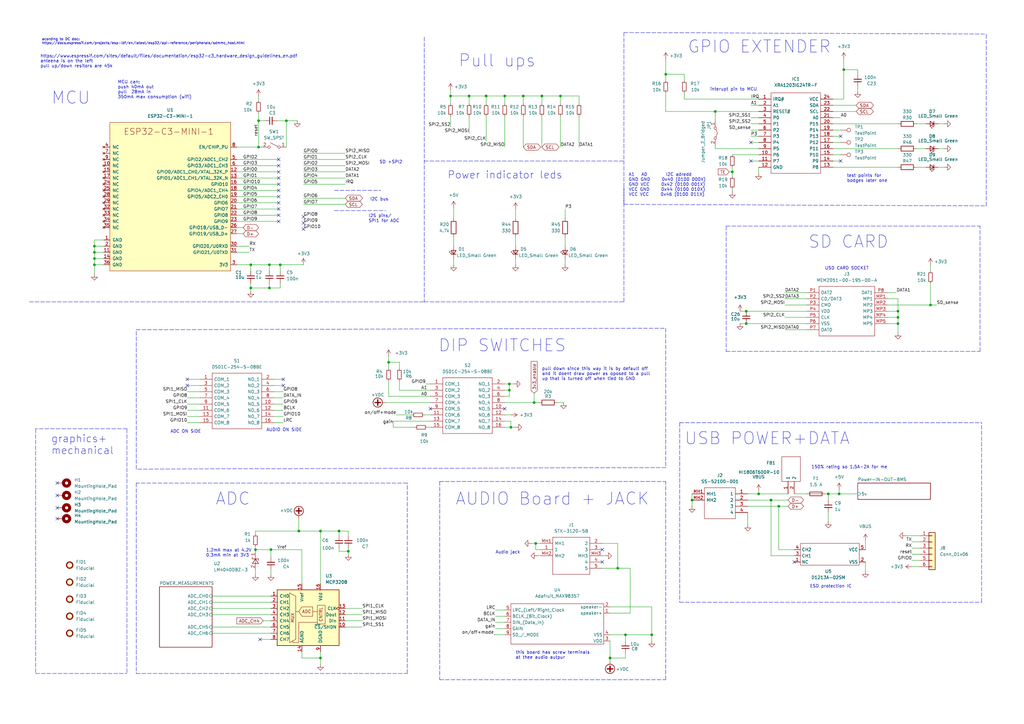
<source format=kicad_sch>
(kicad_sch (version 20211123) (generator eeschema)
  (paper "A3")
  (title_block (title "ESP32 MP3 player/web radio+power meter+uSD dataloger") (date "2022-06-30") (rev "2"))
  (junction (at 306.07 132.715))
  (junction (at 207.01 39.37))
  (junction (at 102.87 118.11))
  (junction (at 219.075 165.1))
  (junction (at 131.445 269.875))
  (junction (at 283.845 205.105))
  (junction (at 122.555 217.805))
  (junction (at 316.23 205.105))
  (junction (at 111.125 225.425))
  (junction (at 38.735 103.505))
  (junction (at 222.25 39.37))
  (junction (at 253.365 233.045))
  (junction (at 110.49 118.11))
  (junction (at 339.725 202.565))
  (junction (at 38.735 106.045))
  (junction (at 106.045 60.325))
  (junction (at 208.915 157.48))
  (junction (at 209.55 175.26))
  (junction (at 110.49 108.585))
  (junction (at 368.3 130.175))
  (junction (at 139.065 217.805))
  (junction (at 184.785 39.37))
  (junction (at 256.54 260.35))
  (junction (at 199.39 39.37))
  (junction (at 38.735 100.965))
  (junction (at 229.87 39.37))
  (junction (at 319.405 207.645))
  (junction (at 267.335 260.35))
  (junction (at 250.19 269.875))
  (junction (at 38.735 108.585))
  (junction (at 273.05 30.48))
  (junction (at 344.17 202.565))
  (junction (at 219.71 222.885))
  (junction (at 159.385 148.59))
  (junction (at 214.63 39.37))
  (junction (at 381.635 125.095))
  (junction (at 293.37 45.72))
  (junction (at 131.445 217.805))
  (junction (at 300.355 70.485))
  (junction (at 346.075 28.575))
  (junction (at 106.045 49.53))
  (junction (at 306.07 127.635))
  (junction (at 208.915 160.02))
  (junction (at 117.475 49.53))
  (junction (at 102.87 108.585))
  (junction (at 192.405 39.37))
  (junction (at 311.15 202.565))
  (junction (at 104.775 225.425))
  (junction (at 142.875 226.06))
  (junction (at 368.3 132.715))
  (junction (at 368.3 127.635))
  (junction (at 114.935 108.585))
  (no_connect (at 114.3 67.945))
  (no_connect (at 116.205 155.575))
  (no_connect (at 116.205 158.115))
  (no_connect (at 76.835 158.115))
  (no_connect (at 76.835 155.575))
  (no_connect (at 124.46 93.98))
  (no_connect (at 176.53 167.64))
  (no_connect (at 207.01 167.64))
  (no_connect (at 124.46 88.9))
  (no_connect (at 114.3 65.405))
  (no_connect (at 23.495 212.725))
  (no_connect (at 106.68 262.255))
  (no_connect (at 344.805 55.88))
  (no_connect (at 114.3 90.805))
  (no_connect (at 114.3 70.485))
  (no_connect (at 114.3 88.265))
  (no_connect (at 247.015 225.425))
  (no_connect (at 247.015 230.505))
  (no_connect (at 23.495 198.12))
  (no_connect (at 114.3 78.105))
  (no_connect (at 344.805 66.04))
  (no_connect (at 114.3 83.185))
  (no_connect (at 124.46 91.44))
  (no_connect (at 307.975 58.42))
  (no_connect (at 307.975 66.04))
  (no_connect (at 23.495 203.2))
  (no_connect (at 23.495 208.28))
  (no_connect (at 114.3 85.725))
  (no_connect (at 114.3 80.645))
  (no_connect (at 114.3 73.025))
  (no_connect (at 114.3 75.565))
  (no_connect (at 325.755 230.505))
  (wire (pts (xy 306.705 202.565) (xy 311.15 202.565)))
  (wire (pts (xy 228.6 165.1) (xy 231.14 165.1)))
  (wire (pts (xy 207.01 39.37) (xy 214.63 39.37)))
  (wire (pts (xy 176.53 172.72) (xy 161.29 172.72)))
  (wire (pts (xy 209.55 175.26) (xy 211.455 175.26)))
  (wire (pts (xy 159.385 146.05) (xy 159.385 148.59)))
  (wire (pts (xy 247.015 233.045) (xy 253.365 233.045)))
  (wire (pts (xy 112.395 158.115) (xy 116.205 158.115)))
  (wire (pts (xy 203.2 252.73) (xy 207.01 252.73)))
  (wire (pts (xy 256.54 260.35) (xy 267.335 260.35)))
  (wire (pts (xy 237.49 47.625) (xy 237.49 60.325)))
  (polyline (pts (xy 55.88 192.405) (xy 55.88 135.255)))
  (wire (pts (xy 106.045 49.53) (xy 108.585 49.53)))
  (wire (pts (xy 86.995 252.095) (xy 111.125 252.095)))
  (wire (pts (xy 186.055 85.09) (xy 186.055 89.535)))
  (wire (pts (xy 363.855 130.175) (xy 368.3 130.175)))
  (wire (pts (xy 250.19 248.92) (xy 267.335 248.92)))
  (wire (pts (xy 38.735 108.585) (xy 38.735 112.395)))
  (wire (pts (xy 76.835 160.655) (xy 81.915 160.655)))
  (wire (pts (xy 321.945 130.175) (xy 330.835 130.175)))
  (polyline (pts (xy 404.495 84.455) (xy 404.495 13.97)))
  (wire (pts (xy 307.975 55.88) (xy 311.15 55.88)))
  (wire (pts (xy 161.29 172.72) (xy 161.29 175.26)))
  (wire (pts (xy 341.63 60.96) (xy 368.3 60.96)))
  (wire (pts (xy 161.29 175.26) (xy 170.18 175.26)))
  (wire (pts (xy 199.39 39.37) (xy 199.39 42.545)))
  (wire (pts (xy 346.075 40.64) (xy 346.075 28.575)))
  (wire (pts (xy 123.825 225.425) (xy 123.825 239.395)))
  (wire (pts (xy 293.37 45.72) (xy 311.15 45.72)))
  (wire (pts (xy 207.01 172.72) (xy 209.55 172.72)))
  (wire (pts (xy 319.405 207.645) (xy 319.405 225.425)))
  (wire (pts (xy 97.155 85.725) (xy 114.3 85.725)))
  (wire (pts (xy 159.385 148.59) (xy 159.385 151.13)))
  (wire (pts (xy 374.015 222.25) (xy 377.19 222.25)))
  (wire (pts (xy 184.785 36.83) (xy 184.785 39.37)))
  (wire (pts (xy 159.385 162.56) (xy 176.53 162.56)))
  (wire (pts (xy 184.785 39.37) (xy 184.785 42.545)))
  (wire (pts (xy 104.775 233.68) (xy 104.775 235.585)))
  (wire (pts (xy 256.54 262.89) (xy 256.54 260.35)))
  (wire (pts (xy 106.68 262.255) (xy 111.125 262.255)))
  (wire (pts (xy 112.395 160.655) (xy 116.205 160.655)))
  (wire (pts (xy 231.775 85.725) (xy 231.775 89.535)))
  (wire (pts (xy 42.545 103.505) (xy 38.735 103.505)))
  (wire (pts (xy 184.785 47.625) (xy 184.785 52.07)))
  (wire (pts (xy 186.055 106.045) (xy 186.055 108.585)))
  (polyline (pts (xy 255.905 13.335) (xy 404.495 13.97)))
  (wire (pts (xy 273.05 30.48) (xy 273.05 33.02)))
  (wire (pts (xy 114.935 108.585) (xy 124.46 108.585)))
  (wire (pts (xy 374.015 229.87) (xy 377.19 229.87)))
  (wire (pts (xy 253.365 222.885) (xy 247.015 222.885)))
  (wire (pts (xy 311.15 201.295) (xy 311.15 202.565)))
  (wire (pts (xy 107.95 254.635) (xy 111.125 254.635)))
  (wire (pts (xy 316.23 205.105) (xy 316.23 227.965)))
  (wire (pts (xy 280.67 30.48) (xy 273.05 30.48)))
  (wire (pts (xy 231.775 97.155) (xy 231.775 100.965)))
  (wire (pts (xy 106.045 46.355) (xy 106.045 49.53)))
  (wire (pts (xy 307.975 53.34) (xy 311.15 53.34)))
  (wire (pts (xy 237.49 39.37) (xy 237.49 42.545)))
  (wire (pts (xy 124.46 67.945) (xy 141.605 67.945)))
  (wire (pts (xy 229.87 47.625) (xy 229.87 60.325)))
  (wire (pts (xy 199.39 47.625) (xy 199.39 57.785)))
  (wire (pts (xy 219.075 165.1) (xy 220.98 165.1)))
  (wire (pts (xy 124.46 70.485) (xy 141.605 70.485)))
  (wire (pts (xy 203.2 255.27) (xy 207.01 255.27)))
  (wire (pts (xy 42.545 108.585) (xy 38.735 108.585)))
  (wire (pts (xy 106.045 60.325) (xy 97.155 60.325)))
  (wire (pts (xy 321.945 135.255) (xy 330.835 135.255)))
  (wire (pts (xy 341.63 55.88) (xy 344.805 55.88)))
  (polyline (pts (xy 180.34 278.765) (xy 273.05 278.765)))
  (wire (pts (xy 97.155 88.265) (xy 114.3 88.265)))
  (wire (pts (xy 273.05 24.13) (xy 273.05 30.48)))
  (wire (pts (xy 341.63 68.58) (xy 368.3 68.58)))
  (wire (pts (xy 141.605 249.555) (xy 148.59 249.555)))
  (wire (pts (xy 114.935 111.125) (xy 114.935 108.585)))
  (polyline (pts (xy 402.59 247.015) (xy 402.59 173.355)))
  (polyline (pts (xy 173.99 123.825) (xy 255.905 123.825)))
  (wire (pts (xy 124.46 73.025) (xy 141.605 73.025)))
  (wire (pts (xy 102.87 118.11) (xy 102.87 116.205)))
  (wire (pts (xy 110.49 108.585) (xy 110.49 111.125)))
  (wire (pts (xy 300.355 70.485) (xy 300.355 72.39)))
  (wire (pts (xy 250.19 269.875) (xy 250.19 271.145)))
  (wire (pts (xy 341.63 48.26) (xy 344.805 48.26)))
  (wire (pts (xy 203.2 257.81) (xy 207.01 257.81)))
  (wire (pts (xy 341.63 45.72) (xy 351.155 45.72)))
  (wire (pts (xy 207.01 170.18) (xy 209.55 170.18)))
  (wire (pts (xy 124.46 75.565) (xy 141.605 75.565)))
  (wire (pts (xy 202.565 260.35) (xy 207.01 260.35)))
  (wire (pts (xy 112.395 170.815) (xy 116.205 170.815)))
  (polyline (pts (xy 297.815 92.71) (xy 401.955 92.71)))
  (wire (pts (xy 124.46 81.28) (xy 141.605 81.28)))
  (wire (pts (xy 375.92 60.96) (xy 379.73 60.96)))
  (wire (pts (xy 97.155 65.405) (xy 114.3 65.405)))
  (wire (pts (xy 86.995 244.475) (xy 111.125 244.475)))
  (wire (pts (xy 102.87 108.585) (xy 110.49 108.585)))
  (wire (pts (xy 192.405 42.545) (xy 192.405 39.37)))
  (wire (pts (xy 319.405 225.425) (xy 325.755 225.425)))
  (wire (pts (xy 219.71 222.885) (xy 221.615 222.885)))
  (wire (pts (xy 163.83 160.02) (xy 176.53 160.02)))
  (wire (pts (xy 97.155 80.645) (xy 114.3 80.645)))
  (polyline (pts (xy 173.99 66.04) (xy 255.905 66.04)))
  (wire (pts (xy 192.405 39.37) (xy 199.39 39.37)))
  (wire (pts (xy 363.855 122.555) (xy 368.3 122.555)))
  (wire (pts (xy 208.915 157.48) (xy 208.915 160.02)))
  (polyline (pts (xy 167.005 276.225) (xy 167.005 198.12)))
  (wire (pts (xy 219.075 161.29) (xy 219.075 165.1)))
  (wire (pts (xy 351.79 28.575) (xy 351.79 30.48)))
  (wire (pts (xy 97.155 90.805) (xy 114.3 90.805)))
  (wire (pts (xy 341.63 50.8) (xy 368.3 50.8)))
  (wire (pts (xy 256.54 269.875) (xy 256.54 267.97)))
  (wire (pts (xy 207.01 165.1) (xy 219.075 165.1)))
  (wire (pts (xy 384.81 68.58) (xy 387.35 68.58)))
  (wire (pts (xy 131.445 267.335) (xy 131.445 269.875)))
  (wire (pts (xy 208.915 160.02) (xy 208.915 162.56)))
  (wire (pts (xy 371.475 219.71) (xy 377.19 219.71)))
  (wire (pts (xy 341.63 63.5) (xy 344.805 63.5)))
  (wire (pts (xy 214.63 39.37) (xy 214.63 42.545)))
  (wire (pts (xy 159.385 148.59) (xy 163.83 148.59)))
  (wire (pts (xy 141.605 254.635) (xy 148.59 254.635)))
  (polyline (pts (xy 278.765 173.355) (xy 402.59 173.355)))
  (wire (pts (xy 341.63 53.34) (xy 344.805 53.34)))
  (wire (pts (xy 86.995 259.715) (xy 111.125 259.715)))
  (wire (pts (xy 293.37 60.96) (xy 311.15 60.96)))
  (wire (pts (xy 86.995 247.015) (xy 111.125 247.015)))
  (wire (pts (xy 142.875 226.06) (xy 139.065 226.06)))
  (wire (pts (xy 354.965 234.315) (xy 354.965 230.505)))
  (wire (pts (xy 303.53 132.715) (xy 306.07 132.715)))
  (wire (pts (xy 112.395 165.735) (xy 116.205 165.735)))
  (polyline (pts (xy 137.16 86.36) (xy 158.115 86.36)))
  (wire (pts (xy 321.945 122.555) (xy 330.835 122.555)))
  (polyline (pts (xy 297.815 92.71) (xy 297.815 144.145)))
  (wire (pts (xy 307.975 50.8) (xy 311.15 50.8)))
  (wire (pts (xy 104.775 219.075) (xy 104.775 217.805)))
  (wire (pts (xy 280.67 33.02) (xy 280.67 30.48)))
  (polyline (pts (xy 273.05 278.765) (xy 273.05 197.485)))
  (wire (pts (xy 99.695 95.885) (xy 97.155 95.885)))
  (wire (pts (xy 321.945 120.015) (xy 330.835 120.015)))
  (polyline (pts (xy 278.765 173.355) (xy 278.765 247.015)))
  (wire (pts (xy 258.445 233.045) (xy 258.445 251.46)))
  (wire (pts (xy 114.935 118.11) (xy 114.935 116.205)))
  (polyline (pts (xy 297.815 144.145) (xy 401.955 144.145)))
  (wire (pts (xy 344.17 202.565) (xy 351.79 202.565)))
  (wire (pts (xy 139.065 224.79) (xy 139.065 226.06)))
  (wire (pts (xy 104.775 225.425) (xy 104.775 226.06)))
  (wire (pts (xy 97.155 73.025) (xy 114.3 73.025)))
  (wire (pts (xy 321.945 125.095) (xy 330.835 125.095)))
  (wire (pts (xy 142.875 227.33) (xy 142.875 226.06)))
  (wire (pts (xy 112.395 168.275) (xy 116.205 168.275)))
  (wire (pts (xy 374.015 227.33) (xy 377.19 227.33)))
  (wire (pts (xy 273.05 38.1) (xy 273.05 45.72)))
  (wire (pts (xy 339.725 213.995) (xy 339.725 210.185)))
  (wire (pts (xy 207.01 39.37) (xy 207.01 42.545)))
  (wire (pts (xy 97.155 103.505) (xy 102.235 103.505)))
  (wire (pts (xy 106.045 39.37) (xy 106.045 41.275)))
  (wire (pts (xy 307.975 43.18) (xy 311.15 43.18)))
  (wire (pts (xy 97.155 70.485) (xy 114.3 70.485)))
  (wire (pts (xy 163.83 151.13) (xy 163.83 148.59)))
  (wire (pts (xy 267.335 248.92) (xy 267.335 260.35)))
  (wire (pts (xy 207.01 175.26) (xy 209.55 175.26)))
  (wire (pts (xy 139.065 217.805) (xy 139.065 219.71)))
  (wire (pts (xy 38.735 103.505) (xy 38.735 106.045)))
  (wire (pts (xy 253.365 233.045) (xy 258.445 233.045)))
  (polyline (pts (xy 167.005 198.12) (xy 55.88 198.12)))
  (wire (pts (xy 311.15 71.12) (xy 311.15 68.58)))
  (wire (pts (xy 104.775 225.425) (xy 111.125 225.425)))
  (wire (pts (xy 38.735 106.045) (xy 38.735 108.585)))
  (wire (pts (xy 117.475 49.53) (xy 113.665 49.53)))
  (wire (pts (xy 97.155 67.945) (xy 114.3 67.945)))
  (wire (pts (xy 375.92 50.8) (xy 379.73 50.8)))
  (wire (pts (xy 207.01 162.56) (xy 208.915 162.56)))
  (wire (pts (xy 381.635 108.585) (xy 381.635 111.125)))
  (wire (pts (xy 211.455 97.155) (xy 211.455 100.965)))
  (wire (pts (xy 283.845 205.105) (xy 283.845 207.645)))
  (wire (pts (xy 112.395 163.195) (xy 116.205 163.195)))
  (wire (pts (xy 162.56 170.18) (xy 168.91 170.18)))
  (wire (pts (xy 368.3 122.555) (xy 368.3 127.635)))
  (wire (pts (xy 123.825 269.875) (xy 131.445 269.875)))
  (polyline (pts (xy 255.905 83.82) (xy 404.495 84.455)))
  (wire (pts (xy 141.605 257.175) (xy 148.59 257.175)))
  (wire (pts (xy 122.555 212.725) (xy 122.555 217.805)))
  (wire (pts (xy 124.46 83.82) (xy 141.605 83.82)))
  (wire (pts (xy 111.125 225.425) (xy 111.125 228.6)))
  (wire (pts (xy 339.725 202.565) (xy 344.17 202.565)))
  (wire (pts (xy 267.335 262.89) (xy 267.335 260.35)))
  (wire (pts (xy 97.155 108.585) (xy 102.87 108.585)))
  (wire (pts (xy 184.785 39.37) (xy 192.405 39.37)))
  (wire (pts (xy 375.92 68.58) (xy 379.73 68.58)))
  (polyline (pts (xy 180.34 197.485) (xy 180.34 278.765)))
  (wire (pts (xy 38.735 100.965) (xy 38.735 103.505)))
  (wire (pts (xy 368.3 130.175) (xy 368.3 132.715)))
  (wire (pts (xy 229.87 39.37) (xy 237.49 39.37)))
  (wire (pts (xy 102.87 118.11) (xy 110.49 118.11)))
  (polyline (pts (xy 12.065 123.825) (xy 173.99 123.825)))
  (wire (pts (xy 38.735 98.425) (xy 38.735 100.965)))
  (wire (pts (xy 250.19 262.89) (xy 250.19 269.875)))
  (wire (pts (xy 374.015 232.41) (xy 377.19 232.41)))
  (wire (pts (xy 307.975 66.04) (xy 311.15 66.04)))
  (wire (pts (xy 250.19 251.46) (xy 258.445 251.46)))
  (wire (pts (xy 346.075 28.575) (xy 346.075 24.13)))
  (wire (pts (xy 208.915 157.48) (xy 210.82 157.48)))
  (wire (pts (xy 341.63 66.04) (xy 344.805 66.04)))
  (wire (pts (xy 368.3 127.635) (xy 368.3 130.175)))
  (wire (pts (xy 102.87 108.585) (xy 102.87 111.125)))
  (wire (pts (xy 110.49 116.205) (xy 110.49 118.11)))
  (polyline (pts (xy 255.905 123.825) (xy 255.905 76.835)))
  (wire (pts (xy 283.845 202.565) (xy 283.845 205.105)))
  (wire (pts (xy 384.81 60.96) (xy 387.35 60.96)))
  (wire (pts (xy 142.875 226.06) (xy 142.875 224.79)))
  (wire (pts (xy 42.545 98.425) (xy 38.735 98.425)))
  (wire (pts (xy 219.71 222.885) (xy 217.805 222.885)))
  (wire (pts (xy 368.3 132.715) (xy 368.3 136.525)))
  (wire (pts (xy 381.635 116.205) (xy 381.635 125.095)))
  (wire (pts (xy 112.395 155.575) (xy 116.205 155.575)))
  (wire (pts (xy 363.855 125.095) (xy 381.635 125.095)))
  (wire (pts (xy 211.455 106.045) (xy 211.455 108.585)))
  (wire (pts (xy 363.855 132.715) (xy 368.3 132.715)))
  (wire (pts (xy 112.395 173.355) (xy 116.205 173.355)))
  (wire (pts (xy 209.55 172.72) (xy 209.55 175.26)))
  (wire (pts (xy 207.01 160.02) (xy 208.915 160.02)))
  (wire (pts (xy 76.835 158.115) (xy 81.915 158.115)))
  (wire (pts (xy 306.07 127.635) (xy 330.835 127.635)))
  (wire (pts (xy 363.855 127.635) (xy 368.3 127.635)))
  (polyline (pts (xy 137.16 78.105) (xy 156.21 78.105)))
  (wire (pts (xy 222.25 47.625) (xy 222.25 60.325)))
  (wire (pts (xy 111.125 235.585) (xy 111.125 233.68)))
  (wire (pts (xy 141.605 252.095) (xy 148.59 252.095)))
  (polyline (pts (xy 273.05 134.62) (xy 273.05 191.77)))
  (wire (pts (xy 211.455 85.725) (xy 211.455 89.535)))
  (wire (pts (xy 42.545 106.045) (xy 38.735 106.045)))
  (wire (pts (xy 222.25 39.37) (xy 222.25 42.545)))
  (wire (pts (xy 111.125 225.425) (xy 123.825 225.425)))
  (wire (pts (xy 159.385 156.21) (xy 159.385 162.56)))
  (wire (pts (xy 256.54 269.875) (xy 250.19 269.875)))
  (wire (pts (xy 86.995 249.555) (xy 111.125 249.555)))
  (wire (pts (xy 293.37 59.69) (xy 293.37 60.96)))
  (wire (pts (xy 306.705 205.105) (xy 316.23 205.105)))
  (wire (pts (xy 307.975 58.42) (xy 311.15 58.42)))
  (wire (pts (xy 351.79 37.465) (xy 351.79 35.56)))
  (polyline (pts (xy 255.905 13.335) (xy 255.905 83.82)))
  (wire (pts (xy 207.01 47.625) (xy 207.01 60.325)))
  (wire (pts (xy 131.445 217.805) (xy 139.065 217.805)))
  (polyline (pts (xy 14.605 276.225) (xy 52.07 276.225)))
  (wire (pts (xy 97.155 83.185) (xy 114.3 83.185)))
  (wire (pts (xy 250.19 260.35) (xy 256.54 260.35)))
  (wire (pts (xy 42.545 100.965) (xy 38.735 100.965)))
  (wire (pts (xy 99.695 93.345) (xy 97.155 93.345)))
  (polyline (pts (xy 55.88 135.255) (xy 273.05 134.62)))
  (wire (pts (xy 374.015 224.79) (xy 377.19 224.79)))
  (wire (pts (xy 231.775 106.045) (xy 231.775 108.585)))
  (wire (pts (xy 222.25 39.37) (xy 229.87 39.37)))
  (wire (pts (xy 221.615 227.965) (xy 220.345 227.965)))
  (wire (pts (xy 300.355 77.47) (xy 300.355 78.74)))
  (wire (pts (xy 339.725 202.565) (xy 339.725 205.105)))
  (polyline (pts (xy 180.34 197.485) (xy 273.05 197.485)))
  (wire (pts (xy 76.835 170.815) (xy 81.915 170.815)))
  (wire (pts (xy 293.37 45.72) (xy 293.37 49.53)))
  (wire (pts (xy 76.835 163.195) (xy 81.915 163.195)))
  (wire (pts (xy 338.455 202.565) (xy 339.725 202.565)))
  (wire (pts (xy 104.775 217.805) (xy 122.555 217.805)))
  (wire (pts (xy 341.63 40.64) (xy 346.075 40.64)))
  (wire (pts (xy 311.15 40.64) (xy 280.67 40.64)))
  (wire (pts (xy 175.26 175.26) (xy 176.53 175.26)))
  (wire (pts (xy 173.99 170.18) (xy 176.53 170.18)))
  (wire (pts (xy 203.2 250.19) (xy 207.01 250.19)))
  (polyline (pts (xy 173.99 15.24) (xy 173.99 123.825)))
  (wire (pts (xy 306.07 132.715) (xy 330.835 132.715)))
  (wire (pts (xy 104.775 224.155) (xy 104.775 225.425)))
  (wire (pts (xy 219.71 222.885) (xy 219.71 225.425)))
  (wire (pts (xy 214.63 39.37) (xy 222.25 39.37)))
  (wire (pts (xy 131.445 217.805) (xy 131.445 239.395)))
  (wire (pts (xy 106.045 60.325) (xy 107.315 60.325)))
  (wire (pts (xy 186.055 97.155) (xy 186.055 100.965)))
  (wire (pts (xy 306.705 207.645) (xy 319.405 207.645)))
  (wire (pts (xy 76.835 173.355) (xy 81.915 173.355)))
  (wire (pts (xy 124.46 62.865) (xy 141.605 62.865)))
  (wire (pts (xy 174.625 157.48) (xy 176.53 157.48)))
  (polyline (pts (xy 55.88 276.225) (xy 167.005 276.225)))
  (wire (pts (xy 163.83 156.21) (xy 163.83 160.02)))
  (wire (pts (xy 341.63 58.42) (xy 344.805 58.42)))
  (wire (pts (xy 253.365 222.885) (xy 253.365 233.045)))
  (polyline (pts (xy 55.88 198.12) (xy 55.88 276.225)))
  (wire (pts (xy 319.405 207.645) (xy 323.215 207.645)))
  (wire (pts (xy 214.63 47.625) (xy 214.63 60.325)))
  (wire (pts (xy 306.705 210.185) (xy 306.705 215.265)))
  (wire (pts (xy 76.835 165.735) (xy 81.915 165.735)))
  (polyline (pts (xy 273.05 191.77) (xy 55.88 192.405)))
  (wire (pts (xy 280.67 40.64) (xy 280.67 38.1)))
  (wire (pts (xy 300.355 63.5) (xy 311.15 63.5)))
  (wire (pts (xy 110.49 118.11) (xy 114.935 118.11)))
  (wire (pts (xy 199.39 39.37) (xy 207.01 39.37)))
  (wire (pts (xy 316.23 227.965) (xy 325.755 227.965)))
  (wire (pts (xy 124.46 65.405) (xy 141.605 65.405)))
  (wire (pts (xy 117.475 49.53) (xy 117.475 60.325)))
  (wire (pts (xy 110.49 108.585) (xy 114.935 108.585)))
  (wire (pts (xy 344.17 200.66) (xy 344.17 202.565)))
  (wire (pts (xy 106.045 49.53) (xy 106.045 60.325)))
  (wire (pts (xy 117.475 49.53) (xy 121.92 49.53)))
  (wire (pts (xy 354.965 221.615) (xy 354.965 225.425)))
  (wire (pts (xy 316.23 205.105) (xy 323.215 205.105)))
  (wire (pts (xy 97.155 75.565) (xy 114.3 75.565)))
  (wire (pts (xy 142.875 219.71) (xy 142.875 217.805)))
  (polyline (pts (xy 278.765 247.015) (xy 402.59 247.015)))
  (wire (pts (xy 307.975 48.26) (xy 311.15 48.26)))
  (wire (pts (xy 139.065 217.805) (xy 142.875 217.805)))
  (wire (pts (xy 76.835 155.575) (xy 81.915 155.575)))
  (wire (pts (xy 192.405 47.625) (xy 192.405 54.61)))
  (wire (pts (xy 229.87 39.37) (xy 229.87 42.545)))
  (wire (pts (xy 207.01 157.48) (xy 208.915 157.48)))
  (wire (pts (xy 273.05 45.72) (xy 293.37 45.72)))
  (polyline (pts (xy 52.07 175.895) (xy 14.605 175.895)))
  (wire (pts (xy 131.445 272.415) (xy 131.445 269.875)))
  (wire (pts (xy 219.71 225.425) (xy 221.615 225.425)))
  (polyline (pts (xy 14.605 175.895) (xy 14.605 276.225)))
  (wire (pts (xy 363.855 120.015) (xy 367.665 120.015)))
  (wire (pts (xy 97.155 78.105) (xy 114.3 78.105)))
  (wire (pts (xy 97.155 100.965) (xy 102.235 100.965)))
  (polyline (pts (xy 52.07 175.895) (xy 52.07 276.225)))
  (wire (pts (xy 247.015 227.965) (xy 248.285 227.965)))
  (wire (pts (xy 86.995 257.175) (xy 111.125 257.175)))
  (wire (pts (xy 102.87 119.38) (xy 102.87 118.11)))
  (wire (pts (xy 311.15 202.565) (xy 323.215 202.565)))
  (wire (pts (xy 325.755 202.565) (xy 330.835 202.565)))
  (wire (pts (xy 384.81 50.8) (xy 387.35 50.8)))
  (wire (pts (xy 122.555 217.805) (xy 131.445 217.805)))
  (wire (pts (xy 300.355 68.58) (xy 300.355 70.485)))
  (wire (pts (xy 158.115 165.1) (xy 176.53 165.1)))
  (wire (pts (xy 341.63 43.18) (xy 351.155 43.18)))
  (wire (pts (xy 303.53 127.635) (xy 306.07 127.635)))
  (wire (pts (xy 346.075 28.575) (xy 351.79 28.575)))
  (wire (pts (xy 76.835 168.275) (xy 81.915 168.275)))
  (wire (pts (xy 123.825 267.335) (xy 123.825 269.875)))
  (wire (pts (xy 381.635 125.095) (xy 384.175 125.095)))
  (wire (pts (xy 299.085 70.485) (xy 300.355 70.485)))
  (polyline (pts (xy 401.955 144.145) (xy 401.955 92.71)))
  (text "Pull ups" (at 187.96 27.94 0) (effects (font (size 5 5)) (justify left bottom)))
  (text "AUDIO Board + JACK" (at 186.69 207.645 0) (effects (font (size 5 5)) (justify left bottom)))
  (text "interupt pin to MCU" (at 310.515 37.465 180) (effects (font (size 1.27 1.27)) (justify right bottom)))
  (text "USD CARD SOCKET" (at 338.328 110.871 0) (effects (font (size 1.27 1.27)) (justify left bottom)))
  (text "AUDIO ON SIDE" (at 109.22 177.165 0) (effects (font (size 1.27 1.27)) (justify left bottom)))
  (text "MCU can:\npush 40mA out\npull  28mA in\n350mA max consumption (wifi)" (at 48.26 40.64 0) (effects (font (size 1.27 1.27)) (justify left bottom)))
  (text "test points for\nbodges later one" (at 347.345 74.93 0) (effects (font (size 1.27 1.27)) (justify left bottom)))
  (text "https://www.espressif.com/sites/default/files/documentation/esp32-c3_hardware_design_guidelines_en.pdf\nanteena is on the left\npull up/down resitors are 45k" (at 16.51 27.94 0) (effects (font (size 1.27 1.27)) (justify left bottom)))
  (text "DIP SWITCHES" (at 179.705 144.78 0) (effects (font (size 5 5)) (justify left bottom)))
  (text "I2S pins/\nSPI1 for ADC" (at 151.13 91.44 0) (effects (font (size 1.27 1.27)) (justify left bottom)))
  (text "pull down since this way it is by default off\nand it doent draw power as oposed to a pull\nup that is turned off when tied to GND" (at 222.25 156.21 0) (effects (font (size 1.27 1.27)) (justify left bottom)))
  (text "Power indicator leds" (at 183.515 73.66 0) (effects (font (size 3 3)) (justify left bottom)))
  (text "150% rating so 1.5A-2A for me" (at 332.74 192.405 0) (effects (font (size 1.27 1.27)) (justify left bottom)))
  (text "ESD protection IC" (at 332.105 241.3 0) (effects (font (size 1.27 1.27)) (justify left bottom)))
  (text "ADC ON SIDE" (at 69.85 177.8 0) (effects (font (size 1.27 1.27)) (justify left bottom)))
  (text "A1   A0        I2C adredd\nGND GND     0x40 (0100 000X)\nGND VCC     0x42 (0100 001X)\nVCC GND     0x44 (0100 010X)\nVCC VCC     0x46 (0100 011X)" (at 257.81 80.645 0) (effects (font (size 1.27 1.27)) (justify left bottom)))
  (text "GPIO EXTENDER" (at 281.94 22.225 0) (effects (font (size 5 5)) (justify left bottom)))
  (text "SD CARD" (at 331.47 102.235 0) (effects (font (size 5 5)) (justify left bottom)))
  (text "USB POWER+DATA" (at 280.67 182.88 0) (effects (font (size 5 5)) (justify left bottom)))
  (text "ADC" (at 88.265 207.645 0) (effects (font (size 5 5)) (justify left bottom)))
  (text "SD +SPI2" (at 155.575 67.31 0) (effects (font (size 1.27 1.27)) (justify left bottom)))
  (text "I2C bus\n" (at 151.765 82.55 0) (effects (font (size 1.27 1.27)) (justify left bottom)))
  (text "graphics+\nmechanical" (at 20.955 186.69 0) (effects (font (size 3 3)) (justify left bottom)))
  (text "acording to DC doc:\nhttps://docs.espressif.com/projects/esp-idf/en/latest/esp32/api-reference/peripherals/sdmmc_host.html" (at 17.145 18.415 0) (effects (font (size 1 1)) (justify left bottom)))
  (text "1.2mA max at 4.2V\n0.3mA min at 3V3" (at 84.455 228.6 0) (effects (font (size 1.27 1.27)) (justify left bottom)))
  (text "Audio jack" (at 203.2 227.33 0) (effects (font (size 1.27 1.27)) (justify left bottom)))
  (text "this board has screw terminals\nat thee audio autpur" (at 211.455 270.51 0) (effects (font (size 1.27 1.27)) (justify left bottom)))
  (text "MCU" (at 20.955 43.18 0) (effects (font (size 5 5)) (justify left bottom)))
  (label "GPIO0" (at 99.695 70.485 0))
  (label "GPIO6" (at 99.695 83.185 0))
  (label "P3" (at 307.975 55.88 0))
  (label "reset" (at 374.015 227.33 180))
  (label "SPI2_SS1" (at 307.975 48.26 180))
  (label "GPIO3" (at 99.695 67.945 0))
  (label "SPI1_CLK" (at 76.835 165.735 180))
  (label "SPI1_MISO" (at 148.59 252.095 0))
  (label "SPI2_MISO" (at 141.605 62.865 0))
  (label "GPIO8" (at 116.205 160.655 0))
  (label "IRQ" (at 307.975 40.64 0))
  (label "GPIO9" (at 99.695 90.805 0))
  (label "SPI1_MOSI" (at 76.835 170.815 180))
  (label "LRC" (at 116.205 173.355 0))
  (label "SD_sense" (at 307.975 53.34 180))
  (label "SPI2_MOSI" (at 192.405 54.61 180))
  (label "gain" (at 203.2 257.81 180))
  (label "BCLK" (at 116.205 168.275 0))
  (label "DATA0" (at 321.945 135.255 0))
  (label "DATA2" (at 141.605 70.485 0))
  (label "A1" (at 307.975 43.18 0))
  (label "Vref" (at 113.665 225.425 0))
  (label "SPI2_MOSI" (at 321.945 125.095 180))
  (label "DATA1" (at 367.665 120.015 0))
  (label "SPI2_SS2" (at 307.975 50.8 180))
  (label "DATA3" (at 321.945 122.555 0))
  (label "DATA_IN" (at 203.2 255.27 180))
  (label "GPIO9" (at 76.835 168.275 180))
  (label "SPI2_CLK" (at 199.39 57.785 180))
  (label "DATA1" (at 141.605 73.025 0))
  (label "DATA2" (at 321.945 120.015 0))
  (label "GPIO5" (at 124.46 75.565 0))
  (label "GPIO5" (at 99.695 80.645 0))
  (label "GPIO2" (at 99.695 65.405 0))
  (label "RX" (at 374.015 224.79 180))
  (label "GPIO8" (at 124.46 88.9 0))
  (label "GPIO0" (at 374.015 229.87 180))
  (label "GPIO9" (at 116.205 165.735 0))
  (label "GPIO3" (at 124.46 70.485 0))
  (label "SPI2_CLK" (at 141.605 65.405 0))
  (label "GPIO0" (at 124.46 62.865 0))
  (label "SPI1_SS1" (at 148.59 257.175 0))
  (label "GPIO9" (at 124.46 91.44 0))
  (label "A1" (at 172.72 160.02 0))
  (label "SPI2_MISO" (at 321.945 135.255 180))
  (label "SPI2_SS2" (at 321.945 122.555 180))
  (label "SPI1_CLK" (at 148.59 249.555 0))
  (label "DATA1" (at 237.49 60.325 0))
  (label "GPIO10" (at 116.205 170.815 0))
  (label "SPI1_MOSI" (at 148.59 254.635 0))
  (label "GPIO9" (at 174.625 157.48 180))
  (label "TX" (at 374.015 222.25 180))
  (label "SPI2_MISO" (at 207.01 60.325 180))
  (label "on{slash}off+mode" (at 202.565 260.35 180))
  (label "GPIO7" (at 124.46 83.82 0))
  (label "GPIO7" (at 99.695 85.725 0))
  (label "SPI2_CLK" (at 321.945 130.175 180))
  (label "GPIO1" (at 124.46 65.405 0))
  (label "on{slash}off+mode" (at 162.56 170.18 180))
  (label "GPIO8" (at 76.835 163.195 180))
  (label "LRC" (at 203.2 250.19 180))
  (label "GPIO4" (at 99.695 78.105 0))
  (label "BCLK" (at 203.2 252.73 180))
  (label "GPIO10" (at 99.695 75.565 0))
  (label "A0" (at 344.805 48.26 0))
  (label "SPI2_MOSI" (at 141.605 67.945 0))
  (label "gain" (at 161.29 173.99 180))
  (label "GPIO10" (at 124.46 93.98 0))
  (label "SPI1_MISO" (at 76.835 160.655 180))
  (label "reset" (at 106.045 55.88 90))
  (label "TX" (at 102.235 103.505 0))
  (label "GPIO8" (at 99.695 88.265 0))
  (label "SPI2_SS2" (at 184.785 52.07 180))
  (label "GPIO4" (at 124.46 73.025 0))
  (label "P3" (at 231.775 85.725 0))
  (label "IRQ" (at 141.605 75.565 0))
  (label "GPIO6" (at 124.46 81.28 0))
  (label "GPIO10" (at 76.835 173.355 180))
  (label "SD_sense" (at 384.175 125.095 0))
  (label "DATA2" (at 229.87 60.325 0))
  (label "DATA_IN" (at 116.205 163.195 0))
  (label "GPIO2" (at 124.46 67.945 0))
  (label "GPIO1" (at 99.695 73.025 0))
  (label "A0" (at 172.72 162.56 0))
  (label "RX" (at 102.235 100.965 0))
  (global_label "ADC_CH4" (shape input) (at 107.95 254.635 180) (property "Intersheet References" "${INTERSHEET_REFS}" (effects hide)))
  (global_label "SCL" (shape bidirectional) (at 351.155 45.72 0) (property "Intersheet References" "${INTERSHEET_REFS}" (effects hide)))
  (global_label "SDA" (shape bidirectional) (at 214.63 60.325 0) (property "Intersheet References" "${INTERSHEET_REFS}" (effects hide)))
  (global_label "TE" (shape input) (at 299.085 70.485 180) (property "Intersheet References" "${INTERSHEET_REFS}" (effects hide)))
  (global_label "SCL" (shape bidirectional) (at 222.25 60.325 0) (property "Intersheet References" "${INTERSHEET_REFS}" (effects hide)))
  (global_label "3v3_enable" (shape input) (at 219.075 161.29 90) (property "Intersheet References" "${INTERSHEET_REFS}" (effects hide)))
  (global_label "D+" (shape bidirectional) (at 99.695 95.885 0) (property "Intersheet References" "${INTERSHEET_REFS}" (effects hide)))
  (global_label "D-" (shape bidirectional) (at 323.215 205.105 0) (property "Intersheet References" "${INTERSHEET_REFS}" (effects hide)))
  (global_label "SCL" (shape bidirectional) (at 141.605 83.82 0) (property "Intersheet References" "${INTERSHEET_REFS}" (effects hide)))
  (global_label "SDA" (shape bidirectional) (at 141.605 81.28 0) (property "Intersheet References" "${INTERSHEET_REFS}" (effects hide)))
  (global_label "SDA" (shape bidirectional) (at 351.155 43.18 0) (property "Intersheet References" "${INTERSHEET_REFS}" (effects hide)))
  (global_label "D-" (shape bidirectional) (at 99.695 93.345 0) (property "Intersheet References" "${INTERSHEET_REFS}" (effects hide)))
  (global_label "D+" (shape bidirectional) (at 323.215 207.645 0) (property "Intersheet References" "${INTERSHEET_REFS}" (effects hide)))
  (symbol (lib_id "power:+3.3V") (at 273.05 24.13 0) (unit 1)
    (property "Reference" "#PWR023" (effects hide))
    (property "Value" "+3.3V" (at 274.574 22.8599 0) (effects (justify left)))
  )
  (symbol (lib_id "Device:R_Small") (at 222.25 45.085 0) (mirror x) (unit 1)
    (property "Reference" "R13" (at 220.472 43.8149 0) (effects (justify right)))
    (property "Value" "10k" (at 220.472 46.3549 0) (effects (justify right)))
    (property "Footprint" "Resistor_SMD:R_0603_1608Metric_Pad0.98x0.95mm_HandSolder" (effects hide))
  )
  (symbol (lib_id "power:GND") (at 38.735 112.395 0) (mirror y) (unit 1)
    (property "Reference" "#PWR01" (effects hide))
    (property "Value" "GND" (effects hide))
  )
  (symbol (lib_id "power:VBUS") (at 354.965 221.615 0) (mirror y) (unit 1)
    (property "Reference" "#PWR034" (effects hide))
    (property "Value" "VBUS" (at 354.965 215.9 0))
  )
  (symbol (lib_id "Device:R") (at 372.11 50.8 270) (mirror x) (unit 1)
    (property "Reference" "R30" (at 372.11 48.26 90))
    (property "Value" "330" (at 372.11 45.72 90))
    (property "Footprint" "Resistor_SMD:R_0603_1608Metric_Pad0.98x0.95mm_HandSolder" (effects hide))
  )
  (symbol (lib_id "Device:R_Small") (at 273.05 35.56 0) (mirror x) (unit 1)
    (property "Reference" "R16" (at 271.272 34.2899 0) (effects (justify right)))
    (property "Value" "10k" (at 271.272 36.8299 0) (effects (justify right)))
    (property "Footprint" "Resistor_SMD:R_0603_1608Metric_Pad0.98x0.95mm_HandSolder" (effects hide))
  )
  (symbol (lib_id "power:GND") (at 231.775 108.585 0) (mirror y) (unit 1)
    (property "Reference" "#PWR086" (effects hide))
    (property "Value" "GND" (effects hide))
  )
  (symbol (lib_id "power:+3.3V") (at 124.46 108.585 0) (mirror y) (unit 1)
    (property "Reference" "#PWR08" (effects hide))
    (property "Value" "+3.3V" (at 124.46 104.013 0))
  )
  (symbol (lib_id "Device:LED_Small") (at 382.27 60.96 180) (unit 1)
    (property "Reference" "D8" (at 381 55.88 0) (effects (justify right)))
    (property "Value" "LED_Small Green" (at 376.555 57.7214 0) (effects (justify right)))
    (property "Footprint" "LED_SMD:LED_0603_1608Metric_Pad1.05x0.95mm_HandSolder" (effects hide))
  )
  (symbol (lib_id "Device:R_Small") (at 159.385 153.67 0) (mirror x) (unit 1)
    (property "Reference" "R4" (at 155.575 152.4 0))
    (property "Value" "10k" (at 155.575 154.305 0))
    (property "Footprint" "Resistor_SMD:R_0603_1608Metric_Pad0.98x0.95mm_HandSolder" (effects hide))
  )
  (symbol (lib_id "Device:C_Small") (at 111.125 231.14 180) (unit 1)
    (property "Reference" "C4" (at 118.745 232.41 0) (effects (justify left)))
    (property "Value" "100n" (at 118.745 229.87 0) (effects (justify left)))
    (property "Footprint" "Capacitor_SMD:C_0603_1608Metric_Pad1.08x0.95mm_HandSolder" (effects hide))
  )
  (symbol (lib_id "Mechanical:Fiducial") (at 28.575 238.76 0) (unit 1) (in_bom no)
    (property "Reference" "FID2" (at 31.115 237.4899 0) (effects (justify left)))
    (property "Value" "Fiducial" (at 31.115 240.0299 0) (effects (justify left)))
    (property "Footprint" "Symbol:Polarity_Center_Positive_6mm_SilkScreen" (effects hide))
  )
  (symbol (lib_id "Device:R_Small") (at 280.67 35.56 0) (mirror x) (unit 1)
    (property "Reference" "R17" (at 287.02 34.29 0) (effects (justify right)))
    (property "Value" "10k" (at 287.02 36.83 0) (effects (justify right)))
    (property "Footprint" "Resistor_SMD:R_0603_1608Metric_Pad0.98x0.95mm_HandSolder" (effects hide))
  )
  (symbol (lib_id "power:+VDC") (at 158.115 165.1 90) (unit 1)
    (property "Reference" "#PWR011" (effects hide))
    (property "Value" "+VDC" (at 154.94 161.925 90))
  )
  (symbol (lib_id "power:+3.3V") (at 106.045 39.37 0) (mirror y) (unit 1)
    (property "Reference" "#PWR04" (effects hide))
    (property "Value" "+3.3V" (at 106.045 34.29 0))
  )
  (symbol (lib_id "Device:C_Small") (at 139.065 222.25 0) (unit 1)
    (property "Reference" "C6" (at 132.08 221.615 0) (effects (justify left)))
    (property "Value" "100n" (at 132.08 224.79 0) (effects (justify left)))
    (property "Footprint" "Capacitor_SMD:C_0603_1608Metric_Pad1.08x0.95mm_HandSolder" (effects hide))
  )
  (symbol (lib_id "Device:R") (at 186.055 93.345 0) (mirror x) (unit 1)
    (property "Reference" "R20" (at 182.245 92.075 0))
    (property "Value" "4.7k" (at 182.245 94.615 0))
    (property "Footprint" "Resistor_SMD:R_0805_2012Metric" (effects hide))
  )
  (symbol (lib_id "SamacSys_Parts:XRA1203IG24TR-F") (at 311.15 40.64 0) (unit 1)
    (property "Reference" "IC1" (at 326.39 32.385 0))
    (property "Value" "XRA1203IG24TR-F" (at 326.39 34.925 0))
    (property "Footprint" "SamacSys_Parts:SOP65P640X120-24N" (effects hide))
    (property "Datasheet" "https://www.mouser.co.uk/datasheet/2/146/XRA1203_100_092011-1889089.pdf" (effects hide))
    (property "Description" "Interface - I/O Expanders 16 Bit I2C GPIO Expander" (effects hide))
    (property "Height" "1.2" (effects hide))
    (property "Mouser Part Number" "701-XRA1203IG24TR-F" (effects hide))
    (property "Mouser Price/Stock" "https://www.mouser.co.uk/ProductDetail/MaxLinear/XRA1203IG24TR-F?qs=06nTM9U4TTY4g5Cf3KL%2FYg%3D%3D" (effects hide))
    (property "Manufacturer_Name" "MaxLinear, Inc." (effects hide))
    (property "Manufacturer_Part_Number" "XRA1203IG24TR-F" (effects hide))
  )
  (symbol (lib_id "SamacSys_Parts:DS01C-254-S-08BE") (at 176.53 157.48 0) (unit 1)
    (property "Reference" "S2" (at 191.77 149.86 0))
    (property "Value" "DS01C-254-S-08BE" (at 191.77 152.4 0))
    (property "Footprint" "SamacSys_Parts:DS01C254S08BE" (effects hide))
    (property "Description" "DIP Switches / SIP Switches DIP Switch, SPST, 2.54 pitch, raised actuator, covex bottom, Short pin, 8 position, Blue" (effects hide))
    (property "Height" "7" (effects hide))
    (property "Mouser Part Number" "490-DS01C-254-S-08BE" (effects hide))
    (property "Mouser Price/Stock" "https://www.mouser.co.uk/ProductDetail/CUI-Devices/DS01C-254-S-08BE?qs=wnTfsH77Xs7cSHDxhLRJbA%3D%3D" (effects hide))
    (property "Manufacturer_Name" "CUI Inc." (effects hide))
    (property "Manufacturer_Part_Number" "DS01C-254-S-08BE" (effects hide))
  )
  (symbol (lib_id "Device:C_Small") (at 256.54 265.43 180) (unit 1)
    (property "Reference" "C8" (at 261.62 266.065 0) (effects (justify left)))
    (property "Value" "10u" (at 262.255 264.16 0) (effects (justify left)))
    (property "Footprint" "Capacitor_SMD:C_0603_1608Metric_Pad1.08x0.95mm_HandSolder" (effects hide))
  )
  (symbol (lib_id "power:+3.3V") (at 381.635 108.585 0) (unit 1)
    (property "Reference" "#PWR038" (effects hide))
    (property "Value" "+3.3V" (at 383.159 107.3149 0) (effects (justify left)))
  )
  (symbol (lib_id "Device:C_Small") (at 351.79 33.02 180) (unit 1)
    (property "Reference" "C23" (at 359.41 34.29 0) (effects (justify left)))
    (property "Value" "100n" (at 359.41 31.75 0) (effects (justify left)))
    (property "Footprint" "Capacitor_SMD:C_0603_1608Metric_Pad1.08x0.95mm_HandSolder" (effects hide))
  )
  (symbol (lib_id "power:VBUS") (at 311.15 201.295 0) (unit 1)
    (property "Reference" "#PWR029" (effects hide))
    (property "Value" "VBUS" (at 311.15 195.58 0))
  )
  (symbol (lib_id "power:GND") (at 354.965 234.315 0) (mirror y) (unit 1)
    (property "Reference" "#PWR035" (effects hide))
    (property "Value" "GND" (effects hide))
  )
  (symbol (lib_id "power:+3.3V") (at 374.015 232.41 90) (unit 1)
    (property "Reference" "#PWR088" (effects hide))
    (property "Value" "+3.3V" (at 365.125 232.41 90) (effects (justify right)))
  )
  (symbol (lib_id "power:GND") (at 368.3 136.525 0) (unit 1)
    (property "Reference" "#PWR036" (effects hide))
    (property "Value" "GND" (effects hide))
  )
  (symbol (lib_id "power:GND") (at 142.875 227.33 0) (unit 1)
    (property "Reference" "#PWR010" (effects hide))
    (property "Value" "GND" (effects hide))
  )
  (symbol (lib_id "power:GND") (at 311.15 71.12 0) (unit 1)
    (property "Reference" "#PWR030" (effects hide))
    (property "Value" "GND" (effects hide))
  )
  (symbol (lib_id "power:GND") (at 131.445 272.415 0) (unit 1)
    (property "Reference" "#PWR09" (effects hide))
    (property "Value" "GND" (effects hide))
  )
  (symbol (lib_id "SamacSys_Parts:SS-52100-001") (at 283.845 202.565 0) (unit 1)
    (property "Reference" "J2" (at 295.275 194.945 0))
    (property "Value" "SS-52100-001" (at 295.275 197.485 0))
    (property "Footprint" "SamacSys_Parts:SS52100001" (effects hide))
    (property "Datasheet" "https://componentsearchengine.com/Datasheets/1/SS-52100-001.pdf" (effects hide))
    (property "Description" "STEWART CONNECTOR - SS-52100-001 - USB CONN, 2.0 TYPE A, RCPT, 4POS, TH" (effects hide))
    (property "Height" "6.9" (effects hide))
    (property "Mouser Part Number" "530-SS-52100-001" (effects hide))
    (property "Mouser Price/Stock" "https://www.mouser.co.uk/ProductDetail/Stewart-Connector-Bel/SS-52100-001?qs=0lQeLiL1qyZpDP8aQUpKcQ%3D%3D" (effects hide))
    (property "Manufacturer_Name" "Stewart Connector" (effects hide))
    (property "Manufacturer_Part_Number" "SS-52100-001" (effects hide))
  )
  (symbol (lib_id "power:+VDC") (at 250.19 271.145 180) (unit 1)
    (property "Reference" "#PWR020" (effects hide))
    (property "Value" "+VDC" (at 255.27 274.447 0))
  )
  (symbol (lib_id "power:GND") (at 210.82 157.48 90) (unit 1)
    (property "Reference" "#PWR017" (effects hide))
    (property "Value" "GND" (effects hide))
  )
  (symbol (lib_id "Mechanical:Fiducial") (at 28.575 259.715 0) (unit 1) (in_bom no)
    (property "Reference" "FID5" (at 31.115 258.4449 0) (effects (justify left)))
    (property "Value" "Fiducial" (at 31.115 260.9849 0) (effects (justify left)))
    (property "Footprint" "Symbol:WEEE-Logo_5.6x8mm_SilkScreen" (effects hide))
  )
  (symbol (lib_id "power:+VDC") (at 122.555 212.725 0) (unit 1) (in_bom no)
    (property "Reference" "#PWR07" (effects hide))
    (property "Value" "+VDC" (at 117.475 209.423 0))
  )
  (symbol (lib_id "power:GND") (at 300.355 78.74 0) (unit 1)
    (property "Reference" "#PWR028" (effects hide))
    (property "Value" "GND" (effects hide))
  )
  (symbol (lib_id "My_custom_lib:Adafruit_MAX98357") (at 229.87 257.81 0) (unit 1)
    (property "Reference" "U4" (at 228.6 241.935 0))
    (property "Value" "Adafruit_MAX98357" (at 228.6 244.475 0))
    (property "Footprint" "Z_mycustom_footprint_lib:Adafruit MAX98357 I2S Class-D Mono" (effects hide))
  )
  (symbol (lib_id "power:+5V") (at 344.17 200.66 0) (unit 1)
    (property "Reference" "#PWR032" (effects hide))
    (property "Value" "+5V" (at 344.17 195.58 0))
  )
  (symbol (lib_id "Device:C_Small") (at 110.49 113.665 0) (unit 1)
    (property "Reference" "C2" (at 104.775 111.76 0) (effects (justify left)))
    (property "Value" "1u" (at 104.775 113.665 0) (effects (justify left)))
    (property "Footprint" "Capacitor_SMD:C_0603_1608Metric_Pad1.08x0.95mm_HandSolder" (effects hide))
  )
  (symbol (lib_id "Device:R") (at 231.775 93.345 0) (mirror x) (unit 1)
    (property "Reference" "R45" (at 227.965 92.075 0))
    (property "Value" "330" (at 227.965 94.615 0))
    (property "Footprint" "Resistor_SMD:R_0603_1608Metric_Pad0.98x0.95mm_HandSolder" (effects hide))
  )
  (symbol (lib_id "Jumper:Jumper_2_Bridged") (at 293.37 54.61 270) (unit 1)
    (property "Reference" "JP1" (at 290.83 49.53 0) (effects (justify left)))
    (property "Value" "Jumper_2_Bridged" (at 288.29 49.53 0) (effects (justify left)))
    (property "Footprint" "Jumper:SolderJumper-2_P1.3mm_Bridged_RoundedPad1.0x1.5mm" (effects hide))
  )
  (symbol (lib_id "Device:R") (at 211.455 93.345 0) (mirror x) (unit 1)
    (property "Reference" "R44" (at 207.645 92.075 0))
    (property "Value" "330" (at 207.645 94.615 0))
    (property "Footprint" "Resistor_SMD:R_0603_1608Metric_Pad0.98x0.95mm_HandSolder" (effects hide))
  )
  (symbol (lib_id "power:+3.3V") (at 209.55 170.18 270) (mirror x) (unit 1)
    (property "Reference" "#PWR016" (effects hide))
    (property "Value" "+3.3V" (at 213.106 170.1799 90) (effects (justify left)))
  )
  (symbol (lib_id "Switch:SW_SPST") (at 112.395 60.325 0) (mirror y) (unit 1)
    (property "Reference" "SW1" (at 112.395 53.975 0))
    (property "Value" "SW_SPST" (at 112.395 56.515 0))
    (property "Footprint" "SamacSys_Parts:PTS526SM15SMTR2LFS" (effects hide))
  )
  (symbol (lib_id "Device:LED_Small") (at 382.27 68.58 180) (unit 1)
    (property "Reference" "D9" (at 381 63.5 0) (effects (justify right)))
    (property "Value" "LED_Small Green" (at 376.555 65.3414 0) (effects (justify right)))
    (property "Footprint" "LED_SMD:LED_0603_1608Metric_Pad1.05x0.95mm_HandSolder" (effects hide))
  )
  (symbol (lib_id "power:+3.3V") (at 303.53 127.635 0) (unit 1)
    (property "Reference" "#PWR025" (effects hide))
    (property "Value" "+3.3V" (at 303.53 121.92 0))
  )
  (symbol (lib_id "power:GND") (at 248.285 227.965 90) (unit 1)
    (property "Reference" "#PWR019" (effects hide))
    (property "Value" "GND" (effects hide))
  )
  (symbol (lib_id "Device:R_Small") (at 163.83 153.67 0) (mirror x) (unit 1)
    (property "Reference" "R6" (at 167.64 154.305 0))
    (property "Value" "10k" (at 167.005 152.4 0))
    (property "Footprint" "Resistor_SMD:R_0603_1608Metric_Pad0.98x0.95mm_HandSolder" (effects hide))
  )
  (symbol (lib_id "Device:R_Small") (at 300.355 66.04 0) (mirror x) (unit 1)
    (property "Reference" "R18" (at 296.545 64.77 0))
    (property "Value" "10k" (at 296.545 67.31 0))
    (property "Footprint" "Resistor_SMD:R_0603_1608Metric_Pad0.98x0.95mm_HandSolder" (effects hide))
  )
  (symbol (lib_id "Device:LED_Small") (at 211.455 103.505 90) (unit 1)
    (property "Reference" "D5" (at 213.36 102.1714 90) (effects (justify right)))
    (property "Value" "LED_Small Green" (at 212.725 104.775 90) (effects (justify right)))
    (property "Footprint" "LED_SMD:LED_0603_1608Metric_Pad1.05x0.95mm_HandSolder" (effects hide))
  )
  (symbol (lib_id "power:+3.3V") (at 211.455 85.725 0) (unit 1)
    (property "Reference" "#PWR073" (effects hide))
    (property "Value" "+3.3V" (at 211.455 80.645 0))
  )
  (symbol (lib_id "Device:C_Small") (at 102.87 113.665 0) (unit 1)
    (property "Reference" "C1" (at 96.52 111.76 0) (effects (justify left)))
    (property "Value" "10u" (at 96.52 113.665 0) (effects (justify left)))
    (property "Footprint" "Capacitor_SMD:C_0603_1608Metric_Pad1.08x0.95mm_HandSolder" (effects hide))
  )
  (symbol (lib_id "power:GND") (at 303.53 132.715 0) (unit 1)
    (property "Reference" "#PWR027" (effects hide))
    (property "Value" "GND" (effects hide))
  )
  (symbol (lib_id "power:GND") (at 339.725 213.995 0) (unit 1)
    (property "Reference" "#PWR031" (effects hide))
    (property "Value" "GND" (effects hide))
  )
  (symbol (lib_id "power:GND") (at 231.14 165.1 0) (unit 1)
    (property "Reference" "#PWR077" (effects hide))
    (property "Value" "GND" (effects hide))
  )
  (symbol (lib_id "Mechanical:MountingHole_Pad") (at 26.035 203.2 270) (unit 1) (in_bom no)
    (property "Reference" "H2" (at 30.48 201.9299 90) (effects (justify left)))
    (property "Value" "MountingHole_Pad" (at 30.48 204.4699 90) (effects (justify left)))
    (property "Footprint" "MountingHole:MountingHole_3.2mm_M3" (effects hide))
  )
  (symbol (lib_id "Mechanical:Fiducial") (at 28.575 231.775 0) (unit 1) (in_bom no)
    (property "Reference" "FID1" (at 31.115 230.5049 0) (effects (justify left)))
    (property "Value" "Fiducial" (at 31.115 233.0449 0) (effects (justify left)))
    (property "Footprint" "Fiducial:Fiducial_0.5mm_Mask1mm" (effects hide))
  )
  (symbol (lib_id "Device:R") (at 372.11 68.58 270) (mirror x) (unit 1)
    (property "Reference" "R47" (at 372.11 66.04 90))
    (property "Value" "330" (at 372.11 63.5 90))
    (property "Footprint" "Resistor_SMD:R_0603_1608Metric_Pad0.98x0.95mm_HandSolder" (effects hide))
  )
  (symbol (lib_id "My_custom_lib:D1213A-02SM") (at 339.725 229.235 0) (mirror y) (unit 1)
    (property "Reference" "U5" (at 339.725 234.315 0))
    (property "Value" "D1213A-02SM" (at 339.725 236.855 0))
    (property "Footprint" "Package_TO_SOT_SMD:SOT-23-5" (effects hide))
  )
  (symbol (lib_id "Device:R_Small") (at 214.63 45.085 0) (mirror x) (unit 1)
    (property "Reference" "R12" (at 212.852 43.8149 0) (effects (justify right)))
    (property "Value" "10k" (at 212.852 46.3549 0) (effects (justify right)))
    (property "Footprint" "Resistor_SMD:R_0603_1608Metric_Pad0.98x0.95mm_HandSolder" (effects hide))
  )
  (symbol (lib_id "Device:R") (at 372.11 60.96 270) (mirror x) (unit 1)
    (property "Reference" "R46" (at 372.11 58.42 90))
    (property "Value" "330" (at 372.11 55.88 90))
    (property "Footprint" "Resistor_SMD:R_0603_1608Metric_Pad0.98x0.95mm_HandSolder" (effects hide))
  )
  (symbol (lib_id "Mechanical:Fiducial") (at 28.575 245.745 0) (unit 1) (in_bom no)
    (property "Reference" "FID3" (at 31.115 244.4749 0) (effects (justify left)))
    (property "Value" "Fiducial" (at 31.115 247.0149 0) (effects (justify left)))
    (property "Footprint" "Symbol:OSHW-Logo_5.7x6mm_SilkScreen" (effects hide))
  )
  (symbol (lib_id "SamacSys_Parts:STX-3120-5B") (at 221.615 222.885 0) (unit 1)
    (property "Reference" "J1" (at 234.315 215.265 0))
    (property "Value" "STX-3120-5B" (at 234.315 217.805 0))
    (property "Footprint" "SamacSys_Parts:STX31205B" (effects hide))
    (property "Datasheet" "http://www.kycon.com/Pub_Eng_Draw/STX-3120-5B.pdf" (effects hide))
    (property "Description" "KYCON - STX-3120-5B - STEREO JACK, 3.5MM, 5POS, PBT GF, PCB" (effects hide))
    (property "Height" "10" (effects hide))
    (property "Mouser Part Number" "806-STX-3120-5B" (effects hide))
    (property "Mouser Price/Stock" "https://www.mouser.co.uk/ProductDetail/Kycon/STX-3120-5B?qs=3kl6BaT4OLI2eL%2FHybGK%2FQ%3D%3D" (effects hide))
    (property "Manufacturer_Name" "Kycon" (effects hide))
    (property "Manufacturer_Part_Number" "STX-3120-5B" (effects hide))
  )
  (symbol (lib_id "power:GND") (at 104.775 235.585 0) (unit 1)
    (property "Reference" "#PWR03" (effects hide))
    (property "Value" "GND" (effects hide))
  )
  (symbol (lib_id "Device:LED_Small") (at 231.775 103.505 90) (unit 1)
    (property "Reference" "D6" (at 233.68 102.1714 90) (effects (justify right)))
    (property "Value" "LED_Small Green" (at 233.045 104.775 90) (effects (justify right)))
    (property "Footprint" "LED_SMD:LED_0603_1608Metric_Pad1.05x0.95mm_HandSolder" (effects hide))
  )
  (symbol (lib_id "power:GND") (at 283.845 207.645 0) (unit 1)
    (property "Reference" "#PWR024" (effects hide))
    (property "Value" "GND" (effects hide))
  )
  (symbol (lib_id "power:+3.3V") (at 346.075 24.13 0) (unit 1)
    (property "Reference" "#PWR033" (effects hide))
    (property "Value" "+3.3V" (at 346.075 19.05 0))
  )
  (symbol (lib_id "Device:LED_Small") (at 186.055 103.505 90) (unit 1)
    (property "Reference" "D1" (at 187.96 102.1714 90) (effects (justify right)))
    (property "Value" "LED_Small Green" (at 187.325 104.775 90) (effects (justify right)))
    (property "Footprint" "LED_SMD:LED_0603_1608Metric_Pad1.05x0.95mm_HandSolder" (effects hide))
  )
  (symbol (lib_id "Device:R_Small") (at 300.355 74.93 0) (mirror x) (unit 1)
    (property "Reference" "R19" (at 296.545 73.66 0))
    (property "Value" "10k" (at 296.545 76.2 0))
    (property "Footprint" "Resistor_SMD:R_0603_1608Metric_Pad0.98x0.95mm_HandSolder" (effects hide))
  )
  (symbol (lib_id "power:GND") (at 267.335 262.89 0) (unit 1)
    (property "Reference" "#PWR022" (effects hide))
    (property "Value" "GND" (effects hide))
  )
  (symbol (lib_id "power:GND") (at 121.92 49.53 0) (unit 1)
    (property "Reference" "#PWR06" (effects hide))
    (property "Value" "GND" (effects hide))
  )
  (symbol (lib_id "power:GND") (at 211.455 175.26 90) (unit 1)
    (property "Reference" "#PWR018" (effects hide))
    (property "Value" "GND" (effects hide))
  )
  (symbol (lib_id "Device:R") (at 224.79 165.1 90) (mirror x) (unit 1)
    (property "Reference" "R3" (at 224.79 162.56 90))
    (property "Value" "20k" (at 224.79 160.655 90))
    (property "Footprint" "Resistor_SMD:R_0603_1608Metric_Pad0.98x0.95mm_HandSolder" (effects hide))
  )
  (symbol (lib_id "Device:R_Small") (at 229.87 45.085 0) (mirror x) (unit 1)
    (property "Reference" "R14" (at 228.092 43.8149 0) (effects (justify right)))
    (property "Value" "10k" (at 228.092 46.3549 0) (effects (justify right)))
    (property "Footprint" "Resistor_SMD:R_0603_1608Metric_Pad0.98x0.95mm_HandSolder" (effects hide))
  )
  (symbol (lib_id "power:GND") (at 186.055 108.585 0) (mirror y) (unit 1)
    (property "Reference" "#PWR072" (effects hide))
    (property "Value" "GND" (effects hide))
  )
  (symbol (lib_id "Device:R_Small") (at 106.045 43.815 0) (mirror y) (unit 1)
    (property "Reference" "R2" (at 103.505 42.5449 0) (effects (justify left)))
    (property "Value" "10k" (at 103.505 45.0849 0) (effects (justify left)))
    (property "Footprint" "Resistor_SMD:R_0603_1608Metric_Pad0.98x0.95mm_HandSolder" (effects hide))
  )
  (symbol (lib_id "Reference_Voltage:LM4040DBZ-3") (at 104.775 229.87 90) (unit 1)
    (property "Reference" "U2" (at 87.63 231.14 90) (effects (justify right)))
    (property "Value" "LM4040DBZ-3" (at 87.63 233.68 90) (effects (justify right)))
    (property "Footprint" "Package_TO_SOT_SMD:SOT-23" (effects hide))
    (property "Datasheet" "http://www.ti.com/lit/ds/symlink/lm4040-n.pdf" (effects hide))
  )
  (symbol (lib_id "Device:R_Small") (at 172.72 175.26 90) (mirror x) (unit 1)
    (property "Reference" "R9" (at 173.99 178.435 90))
    (property "Value" "10k" (at 173.99 180.975 90))
    (property "Footprint" "Resistor_SMD:R_0603_1608Metric_Pad0.98x0.95mm_HandSolder" (effects hide))
  )
  (symbol (lib_id "power:GND") (at 306.705 215.265 0) (unit 1)
    (property "Reference" "#PWR026" (effects hide))
    (property "Value" "GND" (effects hide))
  )
  (symbol (lib_id "Mechanical:Fiducial") (at 28.575 252.73 0) (unit 1) (in_bom no)
    (property "Reference" "FID4" (at 31.115 251.4599 0) (effects (justify left)))
    (property "Value" "Fiducial" (at 31.115 253.9999 0) (effects (justify left)))
    (property "Footprint" "Symbol:KiCad-Logo2_6mm_SilkScreen" (effects hide))
  )
  (symbol (lib_id "power:GND") (at 387.35 60.96 90) (mirror x) (unit 1)
    (property "Reference" "#PWR092" (effects hide))
    (property "Value" "GND" (effects hide))
  )
  (symbol (lib_id "power:GND") (at 387.35 68.58 90) (mirror x) (unit 1)
    (property "Reference" "#PWR093" (effects hide))
    (property "Value" "GND" (effects hide))
  )
  (symbol (lib_id "Connector:TestPoint") (at 344.805 63.5 270) (unit 1)
    (property "Reference" "TP3" (at 350.52 62.2299 90) (effects (justify left)))
    (property "Value" "TestPoint" (at 350.52 64.7699 90) (effects (justify left)))
    (property "Footprint" "TestPoint:TestPoint_Pad_1.0x1.0mm" (effects hide))
  )
  (symbol (lib_id "power:GND") (at 371.475 219.71 270) (unit 1)
    (property "Reference" "#PWR087" (effects hide))
    (property "Value" "GND" (effects hide))
  )
  (symbol (lib_id "Device:LED_Small") (at 382.27 50.8 180) (unit 1)
    (property "Reference" "D7" (at 381 45.72 0) (effects (justify right)))
    (property "Value" "LED_Small Green" (at 376.555 47.5614 0) (effects (justify right)))
    (property "Footprint" "LED_SMD:LED_0603_1608Metric_Pad1.05x0.95mm_HandSolder" (effects hide))
  )
  (symbol (lib_id "Mechanical:MountingHole_Pad") (at 26.035 198.12 270) (unit 1) (in_bom no)
    (property "Reference" "H1" (at 30.48 196.8499 90) (effects (justify left)))
    (property "Value" "MountingHole_Pad" (at 30.48 199.3899 90) (effects (justify left)))
    (property "Footprint" "MountingHole:MountingHole_3.2mm_M3" (effects hide))
  )
  (symbol (lib_id "power:+3.3V") (at 159.385 146.05 0) (mirror y) (unit 1)
    (property "Reference" "#PWR012" (effects hide))
    (property "Value" "+3.3V" (at 161.925 144.7799 0) (effects (justify right)))
  )
  (symbol (lib_id "Device:R_Small") (at 237.49 45.085 0) (mirror x) (unit 1)
    (property "Reference" "R15" (at 235.712 43.8149 0) (effects (justify right)))
    (property "Value" "10k" (at 235.712 46.3549 0) (effects (justify right)))
    (property "Footprint" "Resistor_SMD:R_0603_1608Metric_Pad0.98x0.95mm_HandSolder" (effects hide))
  )
  (symbol (lib_id "Mechanical:MountingHole_Pad") (at 26.035 208.28 270) (unit 1) (in_bom no)
    (property "Reference" "H3" (at 30.48 207.0099 90) (effects (justify left)))
    (property "Value" "MountingHole_Pad" (at 30.48 209.5499 90) (effects (justify left)))
    (property "Footprint" "MountingHole:MountingHole_3.2mm_M3" (effects hide))
  )
  (symbol (lib_id "Device:R_Small") (at 184.785 45.085 0) (mirror x) (unit 1)
    (property "Reference" "R5" (at 183.007 43.8149 0) (effects (justify right)))
    (property "Value" "10k" (at 183.007 46.3549 0) (effects (justify right)))
    (property "Footprint" "Resistor_SMD:R_0603_1608Metric_Pad0.98x0.95mm_HandSolder" (effects hide))
  )
  (symbol (lib_id "Connector_Generic:Conn_01x06") (at 382.27 224.79 0) (unit 1)
    (property "Reference" "J8" (at 385.445 224.7899 0) (effects (justify left)))
    (property "Value" "Conn_01x06" (at 385.445 227.3299 0) (effects (justify left)))
    (property "Footprint" "Connector_PinHeader_2.54mm:PinHeader_1x06_P2.54mm_Vertical" (effects hide))
  )
  (symbol (lib_id "Device:R_Small") (at 199.39 45.085 0) (mirror x) (unit 1)
    (property "Reference" "R10" (at 197.612 43.8149 0) (effects (justify right)))
    (property "Value" "10k" (at 197.612 46.3549 0) (effects (justify right)))
    (property "Footprint" "Resistor_SMD:R_0603_1608Metric_Pad0.98x0.95mm_HandSolder" (effects hide))
  )
  (symbol (lib_id "Connector:TestPoint") (at 344.805 53.34 270) (unit 1)
    (property "Reference" "TP1" (at 350.52 52.0699 90) (effects (justify left)))
    (property "Value" "TestPoint" (at 350.52 54.6099 90) (effects (justify left)))
    (property "Footprint" "TestPoint:TestPoint_Pad_1.0x1.0mm" (effects hide))
  )
  (symbol (lib_id "Device:C_Small") (at 142.875 222.25 180) (unit 1)
    (property "Reference" "C7" (at 151.13 224.155 0) (effects (justify left)))
    (property "Value" "100n" (at 151.13 221.615 0) (effects (justify left)))
    (property "Footprint" "Capacitor_SMD:C_0603_1608Metric_Pad1.08x0.95mm_HandSolder" (effects hide))
  )
  (symbol (lib_id "Device:R_Small") (at 171.45 170.18 90) (mirror x) (unit 1)
    (property "Reference" "R8" (at 167.64 171.45 90))
    (property "Value" "10k" (at 167.64 168.91 90))
    (property "Footprint" "Resistor_SMD:R_0603_1608Metric_Pad0.98x0.95mm_HandSolder" (effects hide))
  )
  (symbol (lib_id "Device:C_Small") (at 339.725 207.645 0) (unit 1)
    (property "Reference" "C9" (at 342.265 206.3812 0) (effects (justify left)))
    (property "Value" "1u" (at 342.265 208.915 0) (effects (justify left)))
    (property "Footprint" "Capacitor_SMD:C_0603_1608Metric_Pad1.08x0.95mm_HandSolder" (effects hide))
  )
  (symbol (lib_id "Analog_ADC:MCP3208") (at 126.365 252.095 0) (unit 1)
    (property "Reference" "U3" (at 133.4644 236.22 0) (effects (justify left)))
    (property "Value" "MCP3208" (at 133.4644 238.76 0) (effects (justify left)))
    (property "Footprint" "Package_SO:SOIC-16_3.9x9.9mm_P1.27mm" (effects hide))
    (property "Datasheet" "http://ww1.microchip.com/downloads/en/DeviceDoc/21298c.pdf" (effects hide))
  )
  (symbol (lib_id "Mechanical:MountingHole_Pad") (at 26.035 212.725 270) (unit 1) (in_bom no)
    (property "Reference" "H4" (at 30.48 211.4549 90) (effects (justify left)))
    (property "Value" "MountingHole_Pad" (at 30.48 213.9949 90) (effects (justify left)))
    (property "Footprint" "MountingHole:MountingHole_3.2mm_M3" (effects hide))
  )
  (symbol (lib_id "Device:C_Small") (at 111.125 49.53 90) (unit 1)
    (property "Reference" "C3" (at 113.03 46.3488 90) (effects (justify left)))
    (property "Value" "10u" (at 113.03 43.815 90) (effects (justify left)))
    (property "Footprint" "Capacitor_SMD:C_0603_1608Metric_Pad1.08x0.95mm_HandSolder" (effects hide))
  )
  (symbol (lib_id "SamacSys_Parts:HI1806T600R-10") (at 323.215 202.565 90) (unit 1)
    (property "Reference" "FB1" (at 314.325 189.865 90) (effects (justify right)))
    (property "Value" "HI1806T600R-10" (at 302.895 193.675 90) (effects (justify right)))
    (property "Footprint" "SamacSys_Parts:BEADC4516X185N" (effects hide))
    (property "Datasheet" "https://componentsearchengine.com/Datasheets/2/HI1806T600R-10.pdf" (effects hide))
    (property "Description" "FERRITE BEAD 60 OHM 1806 1LN" (effects hide))
    (property "Height" "1.85" (effects hide))
    (property "Mouser Part Number" "875-HI1806T600R-10" (effects hide))
    (property "Mouser Price/Stock" "https://www.mouser.com/Search/Refine.aspx?Keyword=875-HI1806T600R-10" (effects hide))
    (property "Manufacturer_Name" "Laird Technologies" (effects hide))
    (property "Manufacturer_Part_Number" "HI1806T600R-10" (effects hide))
  )
  (symbol (lib_id "Device:R_Small") (at 104.775 221.615 0) (mirror y) (unit 1)
    (property "Reference" "R1" (at 102.87 219.075 0) (effects (justify left)))
    (property "Value" "1k" (at 102.87 221.615 0) (effects (justify left)))
    (property "Footprint" "Resistor_SMD:R_0603_1608Metric_Pad0.98x0.95mm_HandSolder" (effects hide))
  )
  (symbol (lib_id "Device:C_Small") (at 114.935 113.665 0) (unit 1)
    (property "Reference" "C5" (at 117.475 111.76 0) (effects (justify left)))
    (property "Value" "100n" (at 117.475 114.3 0) (effects (justify left)))
    (property "Footprint" "Capacitor_SMD:C_0603_1608Metric_Pad1.08x0.95mm_HandSolder" (effects hide))
  )
  (symbol (lib_id "SamacSys_Parts:MEM2051-00-195-00-A") (at 330.835 120.015 0) (unit 1)
    (property "Reference" "J3" (at 347.345 112.395 0))
    (property "Value" "MEM2051-00-195-00-A" (at 347.345 114.935 0))
    (property "Footprint" "SamacSys_Parts:MEM20510019500A" (effects hide))
    (property "Datasheet" "https://gct.co/files/drawings/mem2051.pdf" (effects hide))
    (property "Description" "MICRO SD PUSH PUSH, OPEN, SMT, 1" (effects hide))
    (property "Height" "2.05" (effects hide))
    (property "Mouser Part Number" "640-MEM20510019500A" (effects hide))
    (property "Mouser Price/Stock" "https://www.mouser.co.uk/ProductDetail/GCT/MEM2051-00-195-00-A?qs=KUoIvG%2F9Ilat7yfJRNWXUQ%3D%3D" (effects hide))
    (property "Manufacturer_Name" "GCT (GLOBAL CONNECTOR TECHNOLOGY)" (effects hide))
    (property "Manufacturer_Part_Number" "MEM2051-00-195-00-A" (effects hide))
  )
  (symbol (lib_id "power:GND") (at 111.125 235.585 0) (unit 1)
    (property "Reference" "#PWR05" (effects hide))
    (property "Value" "GND" (effects hide))
  )
  (symbol (lib_id "power:GND") (at 102.87 119.38 0) (unit 1)
    (property "Reference" "#PWR02" (effects hide))
    (property "Value" "GND" (effects hide))
  )
  (symbol (lib_id "power:GND") (at 351.79 37.465 0) (unit 1)
    (property "Reference" "#PWR0101" (effects hide))
    (property "Value" "GND" (effects hide))
  )
  (symbol (lib_id "power:+3.3V") (at 184.785 36.83 0) (unit 1)
    (property "Reference" "#PWR013" (effects hide))
    (property "Value" "+3.3V" (at 186.309 35.5599 0) (effects (justify left)))
  )
  (symbol (lib_id "SamacSys_Parts:DS01C-254-S-08BE") (at 81.915 155.575 0) (unit 1)
    (property "Reference" "S1" (at 97.155 147.955 0))
    (property "Value" "DS01C-254-S-08BE" (at 97.155 150.495 0))
    (property "Footprint" "SamacSys_Parts:DS01C254S08BE" (effects hide))
    (property "Description" "DIP Switches / SIP Switches DIP Switch, SPST, 2.54 pitch, raised actuator, covex bottom, Short pin, 8 position, Blue" (effects hide))
    (property "Height" "7" (effects hide))
    (property "Mouser Part Number" "490-DS01C-254-S-08BE" (effects hide))
    (property "Mouser Price/Stock" "https://www.mouser.co.uk/ProductDetail/CUI-Devices/DS01C-254-S-08BE?qs=wnTfsH77Xs7cSHDxhLRJbA%3D%3D" (effects hide))
    (property "Manufacturer_Name" "CUI Inc." (effects hide))
    (property "Manufacturer_Part_Number" "DS01C-254-S-08BE" (effects hide))
  )
  (symbol (lib_id "power:GND") (at 387.35 50.8 90) (mirror x) (unit 1)
    (property "Reference" "#PWR091" (effects hide))
    (property "Value" "GND" (effects hide))
  )
  (symbol (lib_id "Connector:TestPoint") (at 344.805 58.42 270) (unit 1)
    (property "Reference" "TP2" (at 350.52 57.1499 90) (effects (justify left)))
    (property "Value" "TestPoint" (at 350.52 59.6899 90) (effects (justify left)))
    (property "Footprint" "TestPoint:TestPoint_Pad_1.0x1.0mm" (effects hide))
  )
  (symbol (lib_id "Device:R_Small") (at 381.635 113.665 0) (mirror x) (unit 1)
    (property "Reference" "R21" (at 379.857 112.3949 0) (effects (justify right)))
    (property "Value" "10k" (at 379.857 114.9349 0) (effects (justify right)))
    (property "Footprint" "Resistor_SMD:R_0603_1608Metric_Pad0.98x0.95mm_HandSolder" (effects hide))
  )
  (symbol (lib_id "power:GND") (at 220.345 227.965 270) (unit 1)
    (property "Reference" "#PWR015" (effects hide))
    (property "Value" "GND" (effects hide))
  )
  (symbol (lib_id "power:GND") (at 211.455 108.585 0) (mirror y) (unit 1)
    (property "Reference" "#PWR076" (effects hide))
    (property "Value" "GND" (effects hide))
  )
  (symbol (lib_id "Device:C_Small") (at 306.07 130.175 0) (unit 1)
    (property "Reference" "C26" (at 299.72 128.905 0) (effects (justify left)))
    (property "Value" "10u" (at 299.72 130.81 0) (effects (justify left)))
    (property "Footprint" "Capacitor_SMD:C_0603_1608Metric_Pad1.08x0.95mm_HandSolder" (effects hide))
  )
  (symbol (lib_id "power:+5V") (at 186.055 85.09 0) (unit 1)
    (property "Reference" "#PWR037" (effects hide))
    (property "Value" "+5V" (at 186.055 80.01 0))
  )
  (symbol (lib_id "Device:R_Small") (at 207.01 45.085 0) (mirror x) (unit 1)
    (property "Reference" "R11" (at 205.232 43.8149 0) (effects (justify right)))
    (property "Value" "10k" (at 205.232 46.3549 0) (effects (justify right)))
    (property "Footprint" "Resistor_SMD:R_0603_1608Metric_Pad0.98x0.95mm_HandSolder" (effects hide))
  )
  (symbol (lib_id "Device:R_Small") (at 192.405 45.085 0) (mirror x) (unit 1)
    (property "Reference" "R7" (at 190.627 43.8149 0) (effects (justify right)))
    (property "Value" "10k" (at 190.627 46.3549 0) (effects (justify right)))
    (property "Footprint" "Resistor_SMD:R_0603_1608Metric_Pad0.98x0.95mm_HandSolder" (effects hide))
  )
  (symbol (lib_id "Espressif:ESP32-C3-MINI-1") (at 70.485 81.915 0) (mirror y) (unit 1)
    (property "Reference" "U1" (at 69.85 45.085 0))
    (property "Value" "ESP32-C3-MINI-1" (at 69.85 47.625 0))
    (property "Footprint" "Espressif:ESP32-C3-MINI-1_Hand-Soldering" (effects hide))
    (property "Datasheet" "https://www.espressif.com/sites/default/files/documentation/esp32-c3-mini-1_datasheet_en.pdf" (effects hide))
  )
  (symbol (lib_id "Device:Fuse") (at 334.645 202.565 90) (unit 1)
    (property "Reference" "F1" (at 334.645 196.215 90))
    (property "Value" "1.5 A" (at 334.645 198.755 90))
    (property "Footprint" "Fuse:Fuse_0603_1608Metric_Pad1.05x0.95mm_HandSolder" (effects hide))
  )
  (symbol (lib_id "power:GND") (at 217.805 222.885 270) (unit 1)
    (property "Reference" "#PWR014" (effects hide))
    (property "Value" "GND" (effects hide))
  )
  (sheet (at 351.79 198.12) (size 29.845 6.731) (stroke (width 0.1524))
    (property "Sheet name" "Power-IN-OUT-BMS" (at 351.79 197.4084 0) (effects (justify left bottom)))
    (property "Sheet file" "Power-IN-OUT-BMS.kicad_sch" (effects hide))
    (pin "5v" input (at 351.79 202.565 180))
  )
  (sheet (at 65.405 240.665) (size 21.59 24.765) (stroke (width 0.1524))
    (property "Sheet name" "POWER_MEASUREMENTS" (at 65.405 239.9534 0) (effects (justify left bottom)))
    (property "Sheet file" "untitled.kicad_sch" (effects hide))
    (pin "ADC_CH2" input (at 86.995 249.555 0))
    (pin "ADC_CH0" input (at 86.995 244.475 0))
    (pin "ADC_CH3" input (at 86.995 252.095 0))
    (pin "ADC_CH1" input (at 86.995 247.015 0))
    (pin "ADC_CH6" input (at 86.995 259.715 0))
    (pin "ADC_CH5" input (at 86.995 257.175 0))
  )
)
</source>
